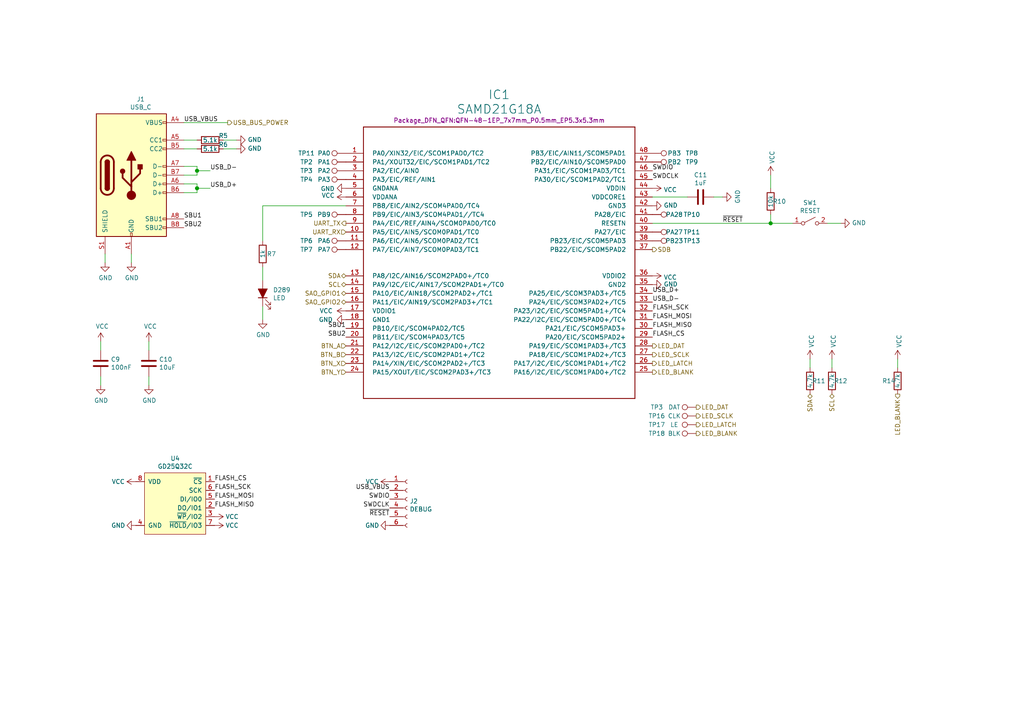
<source format=kicad_sch>
(kicad_sch (version 20200828) (generator eeschema)
  (page 2 20)
  (paper "A4")
  (title_block (title "SAMD21 controller, flash, usb and programming") (rev "1.0"))
  (lib_symbols
    (symbol "Connector:Conn_01x06_Female" (pin_names (offset 1.016) hide)
      (property "Reference" "J" (at 0 7.62 0))
      (property "Value" "Conn_01x06_Female" (at 0 -10.16 0))
      (symbol "Conn_01x06_Female_1_1"
        (arc (start 0 -7.112) (end 0 -8.128) (radius (at 0 -7.62) (length 0.508) (angles 90.1 -90.1)) (stroke (width 0.1524)))
        (arc (start 0 -4.572) (end 0 -5.588) (radius (at 0 -5.08) (length 0.508) (angles 90.1 -90.1)) (stroke (width 0.1524)))
        (arc (start 0 -2.032) (end 0 -3.048) (radius (at 0 -2.54) (length 0.508) (angles 90.1 -90.1)) (stroke (width 0.1524)))
        (arc (start 0 0.508) (end 0 -0.508) (radius (at 0 0) (length 0.508) (angles 90.1 -90.1)) (stroke (width 0.1524)))
        (arc (start 0 3.048) (end 0 2.032) (radius (at 0 2.54) (length 0.508) (angles 90.1 -90.1)) (stroke (width 0.1524)))
        (arc (start 0 5.588) (end 0 4.572) (radius (at 0 5.08) (length 0.508) (angles 90.1 -90.1)) (stroke (width 0.1524)))
        (polyline (pts (xy -1.27 -7.62) (xy -0.508 -7.62)) (stroke (width 0.1524)))
        (polyline (pts (xy -1.27 -5.08) (xy -0.508 -5.08)) (stroke (width 0.1524)))
        (polyline (pts (xy -1.27 -2.54) (xy -0.508 -2.54)) (stroke (width 0.1524)))
        (polyline (pts (xy -1.27 0) (xy -0.508 0)) (stroke (width 0.1524)))
        (polyline (pts (xy -1.27 2.54) (xy -0.508 2.54)) (stroke (width 0.1524)))
        (polyline (pts (xy -1.27 5.08) (xy -0.508 5.08)) (stroke (width 0.1524)))
        (pin passive line (at -5.08 5.08 0) (length 3.81) (name "Pin_1") (number "1"))
        (pin passive line (at -5.08 2.54 0) (length 3.81) (name "Pin_2") (number "2"))
        (pin passive line (at -5.08 0 0) (length 3.81) (name "Pin_3") (number "3"))
        (pin passive line (at -5.08 -2.54 0) (length 3.81) (name "Pin_4") (number "4"))
        (pin passive line (at -5.08 -5.08 0) (length 3.81) (name "Pin_5") (number "5"))
        (pin passive line (at -5.08 -7.62 0) (length 3.81) (name "Pin_6") (number "6"))
      )
    )
    (symbol "Connector:TestPoint" (pin_numbers hide) (pin_names (offset 0.762) hide)
      (property "Reference" "TP" (at 0 6.858 0))
      (property "Value" "TestPoint" (at 0 5.08 0))
      (symbol "TestPoint_0_1"
        (circle (center 0 3.302) (radius 0.762))
      )
      (symbol "TestPoint_1_1"
        (pin passive line (at 0 0 90) (length 2.54) (name "1") (number "1"))
      )
    )
    (symbol "Connector:USB_C_Receptacle_USB2.0" (pin_names (offset 1.016))
      (property "Reference" "J" (at -10.16 19.05 0))
      (property "Value" "USB_C_Receptacle_USB2.0" (at 19.05 19.05 0))
      (symbol "USB_C_Receptacle_USB2.0_0_1"
        (arc (start -8.89 -3.81) (end -5.08 -3.81) (radius (at -6.985 -3.81) (length 1.905) (angles -179.9 -0.1)) (stroke (width 0.508)))
        (arc (start -7.62 -3.81) (end -6.35 -3.81) (radius (at -6.985 -3.81) (length 0.635) (angles -179.9 -0.1)) (stroke (width 0.254)))
        (arc (start -7.62 -3.81) (end -6.35 -3.81) (radius (at -6.985 -3.81) (length 0.635) (angles -179.9 -0.1)) (stroke (width 0.254)) (fill (type outline)))
        (arc (start -6.35 3.81) (end -7.62 3.81) (radius (at -6.985 3.81) (length 0.635) (angles 0.1 179.9)) (stroke (width 0.254)) (fill (type outline)))
        (arc (start -6.35 3.81) (end -7.62 3.81) (radius (at -6.985 3.81) (length 0.635) (angles 0.1 179.9)) (stroke (width 0.254)))
        (arc (start -5.08 3.81) (end -8.89 3.81) (radius (at -6.985 3.81) (length 1.905) (angles 0.1 179.9)) (stroke (width 0.508)))
        (circle (center -2.54 1.143) (radius 0.635) (stroke (width 0.254)) (fill (type outline)))
        (circle (center 0 -5.842) (radius 1.27) (fill (type outline)))
        (rectangle (start -10.16 17.78) (end 10.16 -17.78) (stroke (width 0.254)) (fill (type background)))
        (rectangle (start -7.62 -3.81) (end -6.35 3.81) (stroke (width 0.254)) (fill (type outline)))
        (rectangle (start 1.905 1.778) (end 3.175 3.048) (stroke (width 0.254)) (fill (type outline)))
        (polyline (pts (xy -8.89 -3.81) (xy -8.89 3.81)) (stroke (width 0.508)))
        (polyline (pts (xy -5.08 3.81) (xy -5.08 -3.81)) (stroke (width 0.508)))
        (polyline (pts (xy 0 -5.842) (xy 0 4.318)) (stroke (width 0.508)))
        (polyline (pts (xy 0 -3.302) (xy -2.54 -0.762) (xy -2.54 0.508)) (stroke (width 0.508)))
        (polyline (pts (xy 0 -2.032) (xy 2.54 0.508) (xy 2.54 1.778)) (stroke (width 0.508)))
        (polyline (pts (xy -1.27 4.318) (xy 0 6.858) (xy 1.27 4.318) (xy -1.27 4.318)) (stroke (width 0.254)) (fill (type outline)))
      )
      (symbol "USB_C_Receptacle_USB2.0_0_0"
        (rectangle (start -0.254 -17.78) (end 0.254 -16.764))
        (rectangle (start 10.16 -14.986) (end 9.144 -15.494))
        (rectangle (start 10.16 -12.446) (end 9.144 -12.954))
        (rectangle (start 10.16 -4.826) (end 9.144 -5.334))
        (rectangle (start 10.16 -2.286) (end 9.144 -2.794))
        (rectangle (start 10.16 0.254) (end 9.144 -0.254))
        (rectangle (start 10.16 2.794) (end 9.144 2.286))
        (rectangle (start 10.16 7.874) (end 9.144 7.366))
        (rectangle (start 10.16 10.414) (end 9.144 9.906))
        (rectangle (start 10.16 15.494) (end 9.144 14.986))
      )
      (symbol "USB_C_Receptacle_USB2.0_1_1"
        (pin power_in line (at 0 -22.86 90) (length 5.08) (name "GND") (number "A1"))
        (pin passive line (at 0 -22.86 90) (length 5.08) hide (name "GND") (number "A12"))
        (pin power_in line (at 15.24 15.24 180) (length 5.08) (name "VBUS") (number "A4"))
        (pin bidirectional line (at 15.24 10.16 180) (length 5.08) (name "CC1") (number "A5"))
        (pin bidirectional line (at 15.24 -2.54 180) (length 5.08) (name "D+") (number "A6"))
        (pin bidirectional line (at 15.24 2.54 180) (length 5.08) (name "D-") (number "A7"))
        (pin bidirectional line (at 15.24 -12.7 180) (length 5.08) (name "SBU1") (number "A8"))
        (pin passive line (at 15.24 15.24 180) (length 5.08) hide (name "VBUS") (number "A9"))
        (pin passive line (at 0 -22.86 90) (length 5.08) hide (name "GND") (number "B1"))
        (pin passive line (at 0 -22.86 90) (length 5.08) hide (name "GND") (number "B12"))
        (pin passive line (at 15.24 15.24 180) (length 5.08) hide (name "VBUS") (number "B4"))
        (pin bidirectional line (at 15.24 7.62 180) (length 5.08) (name "CC2") (number "B5"))
        (pin bidirectional line (at 15.24 -5.08 180) (length 5.08) (name "D+") (number "B6"))
        (pin bidirectional line (at 15.24 0 180) (length 5.08) (name "D-") (number "B7"))
        (pin bidirectional line (at 15.24 -15.24 180) (length 5.08) (name "SBU2") (number "B8"))
        (pin passive line (at 15.24 15.24 180) (length 5.08) hide (name "VBUS") (number "B9"))
        (pin passive line (at -7.62 -22.86 90) (length 5.08) (name "SHIELD") (number "S1"))
      )
    )
    (symbol "Device:C" (pin_numbers hide) (pin_names (offset 0.254))
      (property "Reference" "C" (at 0.635 2.54 0))
      (property "Value" "C" (at 0.635 -2.54 0))
      (symbol "C_0_1"
        (polyline (pts (xy -2.032 -0.762) (xy 2.032 -0.762)) (stroke (width 0.508)))
        (polyline (pts (xy -2.032 0.762) (xy 2.032 0.762)) (stroke (width 0.508)))
      )
      (symbol "C_1_1"
        (pin passive line (at 0 3.81 270) (length 2.794) (name "~") (number "1"))
        (pin passive line (at 0 -3.81 90) (length 2.794) (name "~") (number "2"))
      )
    )
    (symbol "Device:LED_ALT" (pin_numbers hide) (pin_names (offset 1.016) hide)
      (property "Reference" "D" (at 0 2.54 0))
      (property "Value" "LED_ALT" (at 0 -2.54 0))
      (symbol "LED_ALT_0_1"
        (polyline (pts (xy -1.27 -1.27) (xy -1.27 1.27)) (stroke (width 0.254)))
        (polyline (pts (xy -1.27 0) (xy 1.27 0)))
        (polyline (pts (xy 1.27 -1.27) (xy 1.27 1.27) (xy -1.27 0) (xy 1.27 -1.27)) (stroke (width 0.254)) (fill (type outline)))
        (polyline (pts (xy -3.048 -0.762) (xy -4.572 -2.286) (xy -3.81 -2.286) (xy -4.572 -2.286) (xy -4.572 -1.524)))
        (polyline (pts (xy -1.778 -0.762) (xy -3.302 -2.286) (xy -2.54 -2.286) (xy -3.302 -2.286) (xy -3.302 -1.524)))
      )
      (symbol "LED_ALT_1_1"
        (pin passive line (at -3.81 0 0) (length 2.54) (name "K") (number "1"))
        (pin passive line (at 3.81 0 180) (length 2.54) (name "A") (number "2"))
      )
    )
    (symbol "Device:R" (pin_numbers hide) (pin_names (offset 0))
      (property "Reference" "R" (at 2.032 0 90))
      (property "Value" "R" (at 0 0 90))
      (symbol "R_0_1"
        (rectangle (start -1.016 -2.54) (end 1.016 2.54) (stroke (width 0.254)))
      )
      (symbol "R_1_1"
        (pin passive line (at 0 3.81 270) (length 1.27) (name "~") (number "1"))
        (pin passive line (at 0 -3.81 90) (length 1.27) (name "~") (number "2"))
      )
    )
    (symbol "Switch:SW_SPST" (pin_names (offset 0) hide)
      (property "Reference" "SW" (at 0 3.175 0))
      (property "Value" "SW_SPST" (at 0 -2.54 0))
      (symbol "SW_SPST_0_0"
        (circle (center -2.032 0) (radius 0.508))
        (circle (center 2.032 0) (radius 0.508))
        (polyline (pts (xy -1.524 0.254) (xy 1.524 1.778)))
      )
      (symbol "SW_SPST_1_1"
        (pin passive line (at -5.08 0 0) (length 2.54) (name "A") (number "1"))
        (pin passive line (at 5.08 0 180) (length 2.54) (name "B") (number "2"))
      )
    )
    (symbol "gd25q32cx:GD25Q32C" (pin_names (offset 1.016))
      (property "Reference" "U" (at 8.89 10.16 0))
      (property "Value" "GD25Q32C" (at 0 -10.16 0))
      (symbol "GD25Q32C_0_1"
        (rectangle (start -8.89 8.89) (end 8.89 -8.89) (fill (type background)))
      )
      (symbol "GD25Q32C_1_1"
        (pin input line (at 11.43 6.35 180) (length 2.54) (name "~CS~") (number "1"))
        (pin bidirectional line (at 11.43 -1.27 180) (length 2.54) (name "DO/IO1") (number "2"))
        (pin bidirectional line (at 11.43 -3.81 180) (length 2.54) (name "~WP~/IO2") (number "3"))
        (pin power_in line (at -11.43 -6.35 0) (length 2.54) (name "GND") (number "4"))
        (pin bidirectional line (at 11.43 1.27 180) (length 2.54) (name "DI/IO0") (number "5"))
        (pin input line (at 11.43 3.81 180) (length 2.54) (name "SCK") (number "6"))
        (pin bidirectional line (at 11.43 -6.35 180) (length 2.54) (name "~HOLD~/IO3") (number "7"))
        (pin power_in line (at -11.43 6.35 0) (length 2.54) (name "VDD") (number "8"))
      )
    )
    (symbol "power:GND" (power) (pin_names (offset 0))
      (property "Value" "GND" (at 0 -3.81 0))
      (symbol "GND_0_1"
        (polyline (pts (xy 0 0) (xy 0 -1.27) (xy 1.27 -1.27) (xy 0 -2.54) (xy -1.27 -1.27) (xy 0 -1.27)))
      )
      (symbol "GND_1_1"
        (pin power_in line (at 0 0 270) (length 0) hide (name "GND") (number "1"))
      )
    )
    (symbol "power:VCC" (power) (pin_names (offset 0))
      (property "Value" "VCC" (at 0 3.81 0))
      (symbol "VCC_0_1"
        (polyline (pts (xy -0.762 1.27) (xy 0 2.54)))
        (polyline (pts (xy 0 0) (xy 0 2.54)))
        (polyline (pts (xy 0 2.54) (xy 0.762 1.27)))
      )
      (symbol "VCC_1_1"
        (pin power_in line (at 0 0 90) (length 0) hide (name "VCC") (number "1"))
      )
    )
    (symbol "samd21g18a:SAMD21G18A" (pin_names (offset 2.54))
      (property "Reference" "IC" (at -5.08 0 0))
      (property "Value" "SAMD21G18A" (at -30.48 40.64 0))
      (property "Footprint" "atmel:TQFP48" (at -30.48 38.1 0))
      (symbol "SAMD21G18A_0_0"
        (polyline (pts (xy -38.1 40.64) (xy 40.64 40.64)) (stroke (width 0.254)))
        (polyline (pts (xy 40.64 40.64) (xy 40.64 -38.1)) (stroke (width 0.254)))
        (polyline (pts (xy 40.64 -38.1) (xy -38.1 -38.1)) (stroke (width 0.254)))
        (polyline (pts (xy -38.1 -38.1) (xy -38.1 40.64)) (stroke (width 0.254)))
        (pin power_in line (at -43.18 -15.24 0) (length 5.08) (name "GND1") (number "18"))
        (pin power_in line (at 45.72 -5.08 180) (length 5.08) (name "GND2") (number "35"))
        (pin power_in line (at 45.72 17.78 180) (length 5.08) (name "GND3") (number "42"))
        (pin power_in line (at -43.18 22.86 0) (length 5.08) (name "GNDANA") (number "5"))
        (pin bidirectional line (at -43.18 33.02 0) (length 5.08) (name "PA0/XIN32/EIC/SCOM1PAD0/TC2") (number "1"))
        (pin bidirectional line (at -43.18 30.48 0) (length 5.08) (name "PA1/XOUT32/EIC/SCOM1PAD1/TC2") (number "2"))
        (pin bidirectional line (at -43.18 27.94 0) (length 5.08) (name "PA2/EIC/AIN0") (number "3"))
        (pin bidirectional line (at -43.18 25.4 0) (length 5.08) (name "PA3/EIC/REF/AIN1") (number "4"))
        (pin bidirectional line (at -43.18 12.7 0) (length 5.08) (name "PA4/EIC/REF/AIN4/SCOM0PAD0/TC0") (number "9"))
        (pin bidirectional line (at -43.18 10.16 0) (length 5.08) (name "PA5/EIC/AIN5/SCOM0PAD1/TC0") (number "10"))
        (pin bidirectional line (at -43.18 7.62 0) (length 5.08) (name "PA6/EIC/AIN6/SCOM0PAD2/TC1") (number "11"))
        (pin bidirectional line (at -43.18 5.08 0) (length 5.08) (name "PA7/EIC/AIN7/SCOM0PAD3/TC1") (number "12"))
        (pin bidirectional line (at -43.18 -2.54 0) (length 5.08) (name "PA8/I2C/AIN16/SCOM2PAD0+/TC0") (number "13"))
        (pin bidirectional line (at -43.18 -5.08 0) (length 5.08) (name "PA9/I2C/EIC/AIN17/SCOM2PAD1+/TC0") (number "14"))
        (pin bidirectional line (at -43.18 -7.62 0) (length 5.08) (name "PA10/EIC/AIN18/SCOM2PAD2+/TC1") (number "15"))
        (pin bidirectional line (at -43.18 -10.16 0) (length 5.08) (name "PA11/EIC/AIN19/SCOM2PAD3+/TC1") (number "16"))
        (pin bidirectional line (at -43.18 -22.86 0) (length 5.08) (name "PA12/I2C/EIC/SCOM2PAD0+/TC2") (number "21"))
        (pin bidirectional line (at -43.18 -25.4 0) (length 5.08) (name "PA13/I2C/EIC/SCOM2PAD1+/TC2") (number "22"))
        (pin bidirectional line (at -43.18 -27.94 0) (length 5.08) (name "PA14/XIN/EIC/SCOM2PAD2+/TC3") (number "23"))
        (pin bidirectional line (at -43.18 -30.48 0) (length 5.08) (name "PA15/XOUT/EIC/SCOM2PAD3+/TC3") (number "24"))
        (pin bidirectional line (at 45.72 -30.48 180) (length 5.08) (name "PA16/I2C/EIC/SCOM1PAD0+/TC2") (number "25"))
        (pin bidirectional line (at 45.72 -27.94 180) (length 5.08) (name "PA17/I2C/EIC/SCOM1PAD1+/TC2") (number "26"))
        (pin bidirectional line (at 45.72 -25.4 180) (length 5.08) (name "PA18/EIC/SCOM1PAD2+/TC3") (number "27"))
        (pin bidirectional line (at 45.72 -22.86 180) (length 5.08) (name "PA19/EIC/SCOM1PAD3+/TC3") (number "28"))
        (pin bidirectional line (at 45.72 -20.32 180) (length 5.08) (name "PA20/EIC/SCOM5PAD2+") (number "29"))
        (pin bidirectional line (at 45.72 -17.78 180) (length 5.08) (name "PA21/EIC/SCOM5PAD3+") (number "30"))
        (pin bidirectional line (at 45.72 -15.24 180) (length 5.08) (name "PA22/I2C/EIC/SCOM5PAD0+/TC4") (number "31"))
        (pin bidirectional line (at 45.72 -12.7 180) (length 5.08) (name "PA23/I2C/EIC/SCOM5PAD1+/TC4") (number "32"))
        (pin bidirectional line (at 45.72 -10.16 180) (length 5.08) (name "PA24/EIC/SCOM3PAD2+/TC5") (number "33"))
        (pin bidirectional line (at 45.72 -7.62 180) (length 5.08) (name "PA25/EIC/SCOM3PAD3+/TC5") (number "34"))
        (pin bidirectional line (at 45.72 10.16 180) (length 5.08) (name "PA27/EIC") (number "39"))
        (pin bidirectional line (at 45.72 15.24 180) (length 5.08) (name "PA28/EIC") (number "41"))
        (pin bidirectional line (at 45.72 25.4 180) (length 5.08) (name "PA30/EIC/SCOM1PAD2/TC1") (number "45"))
        (pin bidirectional line (at 45.72 27.94 180) (length 5.08) (name "PA31/EIC/SCOM1PAD3/TC1") (number "46"))
        (pin bidirectional line (at 45.72 30.48 180) (length 5.08) (name "PB2/EIC/AIN10/SCOM5PAD0") (number "47"))
        (pin bidirectional line (at 45.72 33.02 180) (length 5.08) (name "PB3/EIC/AIN11/SCOM5PAD1") (number "48"))
        (pin bidirectional line (at -43.18 17.78 0) (length 5.08) (name "PB8/EIC/AIN2/SCOM4PAD0/TC4") (number "7"))
        (pin bidirectional line (at -43.18 15.24 0) (length 5.08) (name "PB9/EIC/AIN3/SCOM4PAD1//TC4") (number "8"))
        (pin bidirectional line (at -43.18 -17.78 0) (length 5.08) (name "PB10/EIC/SCOM4PAD2/TC5") (number "19"))
        (pin bidirectional line (at -43.18 -20.32 0) (length 5.08) (name "PB11/EIC/SCOM4PAD3/TC5") (number "20"))
        (pin bidirectional line (at 45.72 5.08 180) (length 5.08) (name "PB22/EIC/SCOM5PAD2") (number "37"))
        (pin bidirectional line (at 45.72 7.62 180) (length 5.08) (name "PB23/EIC/SCOM5PAD3") (number "38"))
        (pin bidirectional line (at 45.72 12.7 180) (length 5.08) (name "RESETN") (number "40"))
        (pin power_in line (at -43.18 20.32 0) (length 5.08) (name "VDDANA") (number "6"))
        (pin input line (at 45.72 20.32 180) (length 5.08) (name "VDDCORE1") (number "43"))
        (pin power_in line (at 45.72 22.86 180) (length 5.08) (name "VDDIN") (number "44"))
        (pin power_in line (at -43.18 -12.7 0) (length 5.08) (name "VDDIO1") (number "17"))
        (pin power_in line (at 45.72 -2.54 180) (length 5.08) (name "VDDIO2") (number "36"))
      )
    )
  )
  (junction (at 57.15 49.53) (diameter 1.016))
  (junction (at 57.15 54.61) (diameter 1.016))
  (junction (at 223.52 64.77) (diameter 1.016))
  (wire (pts (xy 29.21 99.06) (xy 29.21 101.6)))
  (wire (pts (xy 29.21 109.22) (xy 29.21 111.76)))
  (wire (pts (xy 30.48 73.66) (xy 30.48 76.2)))
  (wire (pts (xy 38.1 73.66) (xy 38.1 76.2)))
  (wire (pts (xy 43.18 99.06) (xy 43.18 101.6)))
  (wire (pts (xy 43.18 109.22) (xy 43.18 111.76)))
  (wire (pts (xy 53.34 40.64) (xy 57.15 40.64)))
  (wire (pts (xy 53.34 43.18) (xy 57.15 43.18)))
  (wire (pts (xy 53.34 48.26) (xy 57.15 48.26)))
  (wire (pts (xy 53.34 53.34) (xy 57.15 53.34)))
  (wire (pts (xy 57.15 48.26) (xy 57.15 49.53)))
  (wire (pts (xy 57.15 49.53) (xy 57.15 50.8)))
  (wire (pts (xy 57.15 49.53) (xy 60.96 49.53)))
  (wire (pts (xy 57.15 50.8) (xy 53.34 50.8)))
  (wire (pts (xy 57.15 53.34) (xy 57.15 54.61)))
  (wire (pts (xy 57.15 54.61) (xy 57.15 55.88)))
  (wire (pts (xy 57.15 54.61) (xy 60.96 54.61)))
  (wire (pts (xy 57.15 55.88) (xy 53.34 55.88)))
  (wire (pts (xy 64.77 40.64) (xy 68.58 40.64)))
  (wire (pts (xy 66.04 35.56) (xy 53.34 35.56)))
  (wire (pts (xy 68.58 43.18) (xy 64.77 43.18)))
  (wire (pts (xy 76.2 59.69) (xy 76.2 69.85)))
  (wire (pts (xy 76.2 59.69) (xy 100.33 59.69)))
  (wire (pts (xy 76.2 77.47) (xy 76.2 81.28)))
  (wire (pts (xy 76.2 88.9) (xy 76.2 92.71)))
  (wire (pts (xy 189.23 57.15) (xy 199.39 57.15)))
  (wire (pts (xy 189.23 64.77) (xy 223.52 64.77)))
  (wire (pts (xy 207.01 57.15) (xy 209.55 57.15)))
  (wire (pts (xy 223.52 50.8) (xy 223.52 54.61)))
  (wire (pts (xy 223.52 62.23) (xy 223.52 64.77)))
  (wire (pts (xy 223.52 64.77) (xy 229.87 64.77)))
  (wire (pts (xy 234.95 104.14) (xy 234.95 106.68)))
  (wire (pts (xy 240.03 64.77) (xy 243.84 64.77)))
  (wire (pts (xy 241.3 104.14) (xy 241.3 106.68)))
  (wire (pts (xy 260.35 106.68) (xy 260.35 104.14)))
  (label "USB_VBUS" (at 53.34 35.56 0))
  (label "SBU1" (at 53.34 63.5 0))
  (label "SBU2" (at 53.34 66.04 0))
  (label "USB_D-" (at 60.96 49.53 0))
  (label "USB_D+" (at 60.96 54.61 0))
  (label "FLASH_CS" (at 62.23 139.7 0))
  (label "FLASH_SCK" (at 62.23 142.24 0))
  (label "FLASH_MOSI" (at 62.23 144.78 0))
  (label "FLASH_MISO" (at 62.23 147.32 0))
  (label "SBU1" (at 100.33 95.25 180))
  (label "SBU2" (at 100.33 97.79 180))
  (label "USB_VBUS" (at 113.03 142.24 180))
  (label "SWDIO" (at 113.03 144.78 180))
  (label "SWDCLK" (at 113.03 147.32 180))
  (label "~RESET" (at 113.03 149.86 180))
  (label "SWDIO" (at 189.23 49.53 0))
  (label "SWDCLK" (at 189.23 52.07 0))
  (label "USB_D+" (at 189.23 85.09 0))
  (label "USB_D-" (at 189.23 87.63 0))
  (label "FLASH_SCK" (at 189.23 90.17 0))
  (label "FLASH_MOSI" (at 189.23 92.71 0))
  (label "FLASH_MISO" (at 189.23 95.25 0))
  (label "FLASH_CS" (at 189.23 97.79 0))
  (label "~RESET" (at 209.55 64.77 0))
  (hierarchical_label "USB_BUS_POWER" (shape output) (at 66.04 35.56 0))
  (hierarchical_label "UART_TX" (shape output) (at 100.33 64.77 180))
  (hierarchical_label "UART_RX" (shape input) (at 100.33 67.31 180))
  (hierarchical_label "SDA" (shape bidirectional) (at 100.33 80.01 180))
  (hierarchical_label "SCL" (shape bidirectional) (at 100.33 82.55 180))
  (hierarchical_label "SAO_GPIO1" (shape bidirectional) (at 100.33 85.09 180))
  (hierarchical_label "SAO_GPIO2" (shape bidirectional) (at 100.33 87.63 180))
  (hierarchical_label "BTN_A" (shape input) (at 100.33 100.33 180))
  (hierarchical_label "BTN_B" (shape input) (at 100.33 102.87 180))
  (hierarchical_label "BTN_X" (shape input) (at 100.33 105.41 180))
  (hierarchical_label "BTN_Y" (shape input) (at 100.33 107.95 180))
  (hierarchical_label "SDB" (shape output) (at 189.23 72.39 0))
  (hierarchical_label "LED_DAT" (shape output) (at 189.23 100.33 0))
  (hierarchical_label "LED_SCLK" (shape output) (at 189.23 102.87 0))
  (hierarchical_label "LED_LATCH" (shape output) (at 189.23 105.41 0))
  (hierarchical_label "LED_BLANK" (shape output) (at 189.23 107.95 0))
  (hierarchical_label "LED_DAT" (shape output) (at 201.93 118.11 0))
  (hierarchical_label "LED_SCLK" (shape output) (at 201.93 120.65 0))
  (hierarchical_label "LED_LATCH" (shape output) (at 201.93 123.19 0))
  (hierarchical_label "LED_BLANK" (shape output) (at 201.93 125.73 0))
  (hierarchical_label "SDA" (shape bidirectional) (at 234.95 114.3 270))
  (hierarchical_label "SCL" (shape bidirectional) (at 241.3 114.3 270))
  (hierarchical_label "LED_BLANK" (shape output) (at 260.35 114.3 270))
  (symbol (lib_id "Connector:TestPoint") (at 100.33 44.45 90) (unit 1)
    (property "Reference" "TP11" (at 88.9 44.45 90))
    (property "Value" "PA0" (at 93.98 44.45 90))
    (property "Footprint" "Connectors:TestPoint_Large" (effects hide))
  )
  (symbol (lib_id "Connector:TestPoint") (at 100.33 46.99 90) (unit 1)
    (property "Reference" "TP2" (at 88.9 46.99 90))
    (property "Value" "PA1" (at 93.98 46.99 90))
    (property "Footprint" "Connectors:TestPoint_Large" (effects hide))
  )
  (symbol (lib_id "Connector:TestPoint") (at 100.33 49.53 90) (unit 1)
    (property "Reference" "TP3" (at 88.9 49.53 90))
    (property "Value" "PA2" (at 93.98 49.53 90))
    (property "Footprint" "Connectors:TestPoint_Large" (effects hide))
  )
  (symbol (lib_id "Connector:TestPoint") (at 100.33 52.07 90) (unit 1)
    (property "Reference" "TP4" (at 88.9 52.07 90))
    (property "Value" "PA3" (at 93.98 52.07 90))
    (property "Footprint" "Connectors:TestPoint_Large" (effects hide))
  )
  (symbol (lib_id "Connector:TestPoint") (at 100.33 62.23 90) (unit 1)
    (property "Reference" "TP5" (at 88.9 62.23 90))
    (property "Value" "PB9" (at 93.98 62.23 90))
    (property "Footprint" "Connectors:TestPoint_Large" (effects hide))
  )
  (symbol (lib_id "Connector:TestPoint") (at 100.33 69.85 90) (unit 1)
    (property "Reference" "TP6" (at 88.9 69.85 90))
    (property "Value" "PA6" (at 93.98 69.85 90))
    (property "Footprint" "Connectors:TestPoint_Large" (effects hide))
  )
  (symbol (lib_id "Connector:TestPoint") (at 100.33 72.39 90) (unit 1)
    (property "Reference" "TP7" (at 88.9 72.39 90))
    (property "Value" "PA7" (at 93.98 72.39 90))
    (property "Footprint" "Connectors:TestPoint_Large" (effects hide))
  )
  (symbol (lib_id "Connector:TestPoint") (at 189.23 44.45 270) (unit 1)
    (property "Reference" "TP8" (at 200.66 44.45 90))
    (property "Value" "PB3" (at 195.58 44.45 90))
    (property "Footprint" "Connectors:TestPoint_Large" (effects hide))
  )
  (symbol (lib_id "Connector:TestPoint") (at 189.23 46.99 270) (unit 1)
    (property "Reference" "TP9" (at 200.66 46.99 90))
    (property "Value" "PB2" (at 195.58 46.99 90))
    (property "Footprint" "Connectors:TestPoint_Large" (effects hide))
  )
  (symbol (lib_id "Connector:TestPoint") (at 189.23 62.23 270) (unit 1)
    (property "Reference" "TP10" (at 200.66 62.23 90))
    (property "Value" "PA28" (at 195.58 62.23 90))
    (property "Footprint" "Connectors:TestPoint_Large" (effects hide))
  )
  (symbol (lib_id "Connector:TestPoint") (at 189.23 67.31 270) (unit 1)
    (property "Reference" "TP11" (at 200.66 67.31 90))
    (property "Value" "PA27" (at 195.58 67.31 90))
    (property "Footprint" "Connectors:TestPoint_Large" (effects hide))
  )
  (symbol (lib_id "Connector:TestPoint") (at 189.23 69.85 270) (unit 1)
    (property "Reference" "TP13" (at 200.66 69.85 90))
    (property "Value" "PB23" (at 195.58 69.85 90))
    (property "Footprint" "Connectors:TestPoint_Large" (effects hide))
  )
  (symbol (lib_id "Connector:TestPoint") (at 201.93 118.11 90) (unit 1)
    (property "Reference" "TP3" (at 190.5 118.11 90))
    (property "Value" "DAT" (at 195.58 118.11 90))
    (property "Footprint" "Connectors:TestPoint_Large" (effects hide))
  )
  (symbol (lib_id "Connector:TestPoint") (at 201.93 120.65 90) (unit 1)
    (property "Reference" "TP16" (at 190.5 120.65 90))
    (property "Value" "CLK" (at 195.58 120.65 90))
    (property "Footprint" "Connectors:TestPoint_Large" (effects hide))
  )
  (symbol (lib_id "Connector:TestPoint") (at 201.93 123.19 90) (unit 1)
    (property "Reference" "TP17" (at 190.5 123.19 90))
    (property "Value" "LE" (at 195.58 123.19 90))
    (property "Footprint" "Connectors:TestPoint_Large" (effects hide))
  )
  (symbol (lib_id "Connector:TestPoint") (at 201.93 125.73 90) (unit 1)
    (property "Reference" "TP18" (at 190.5 125.73 90))
    (property "Value" "BLK" (at 195.58 125.73 90))
    (property "Footprint" "Connectors:TestPoint_Large" (effects hide))
  )
  (symbol (lib_id "power:VCC") (at 29.21 99.06 0) (unit 1)
    (property "Reference" "#PWR025" (effects hide))
    (property "Value" "VCC" (at 29.6418 94.6658 0))
  )
  (symbol (lib_id "power:VCC") (at 39.37 139.7 90) (unit 1)
    (property "Reference" "#PWR029" (effects hide))
    (property "Value" "VCC" (at 34.29 139.7 90))
  )
  (symbol (lib_id "power:VCC") (at 43.18 99.06 0) (unit 1)
    (property "Reference" "#PWR031" (effects hide))
    (property "Value" "VCC" (at 43.6118 94.6658 0))
  )
  (symbol (lib_id "power:VCC") (at 62.23 149.86 270) (unit 1)
    (property "Reference" "#PWR033" (effects hide))
    (property "Value" "VCC" (at 67.31 149.86 90))
  )
  (symbol (lib_id "power:VCC") (at 62.23 152.4 270) (unit 1)
    (property "Reference" "#PWR034" (effects hide))
    (property "Value" "VCC" (at 67.31 152.4 90))
  )
  (symbol (lib_id "power:VCC") (at 100.33 57.15 90) (unit 1)
    (property "Reference" "#PWR039" (effects hide))
    (property "Value" "VCC" (at 97.1042 56.6928 90) (effects (justify left)))
  )
  (symbol (lib_id "power:VCC") (at 100.33 90.17 90) (unit 1)
    (property "Reference" "#PWR040" (effects hide))
    (property "Value" "VCC" (at 96.52 90.17 90) (effects (justify left)))
  )
  (symbol (lib_id "power:VCC") (at 113.03 139.7 90) (unit 1)
    (property "Reference" "#PWR042" (effects hide))
    (property "Value" "VCC" (at 107.95 139.7 90))
  )
  (symbol (lib_id "power:VCC") (at 189.23 54.61 270) (unit 1)
    (property "Reference" "#PWR044" (effects hide))
    (property "Value" "VCC" (at 192.4812 55.0418 90) (effects (justify left)))
  )
  (symbol (lib_id "power:VCC") (at 189.23 80.01 270) (unit 1)
    (property "Reference" "#PWR046" (effects hide))
    (property "Value" "VCC" (at 192.4812 80.4418 90) (effects (justify left)))
  )
  (symbol (lib_id "power:VCC") (at 223.52 50.8 0) (unit 1)
    (property "Reference" "#PWR0103" (effects hide))
    (property "Value" "VCC" (at 223.9518 47.5488 90) (effects (justify left)))
  )
  (symbol (lib_id "power:VCC") (at 234.95 104.14 0) (unit 1)
    (property "Reference" "#PWR067" (effects hide))
    (property "Value" "VCC" (at 235.3818 100.8888 90) (effects (justify left)))
  )
  (symbol (lib_id "power:VCC") (at 241.3 104.14 0) (unit 1)
    (property "Reference" "#PWR068" (effects hide))
    (property "Value" "VCC" (at 241.7318 100.8888 90) (effects (justify left)))
  )
  (symbol (lib_id "power:VCC") (at 260.35 104.14 0) (unit 1)
    (property "Reference" "#PWR0107" (effects hide))
    (property "Value" "VCC" (at 260.7818 100.8888 90) (effects (justify left)))
  )
  (symbol (lib_id "power:GND") (at 29.21 111.76 0) (unit 1)
    (property "Reference" "#PWR026" (effects hide))
    (property "Value" "GND" (at 29.337 116.1542 0))
  )
  (symbol (lib_id "power:GND") (at 30.48 76.2 0) (unit 1)
    (property "Reference" "#PWR027" (effects hide))
    (property "Value" "GND" (at 30.607 80.5942 0))
  )
  (symbol (lib_id "power:GND") (at 38.1 76.2 0) (unit 1)
    (property "Reference" "#PWR028" (effects hide))
    (property "Value" "GND" (at 38.227 80.5942 0))
  )
  (symbol (lib_id "power:GND") (at 39.37 152.4 270) (unit 1)
    (property "Reference" "#PWR030" (effects hide))
    (property "Value" "GND" (at 34.29 152.4 90))
  )
  (symbol (lib_id "power:GND") (at 43.18 111.76 0) (unit 1)
    (property "Reference" "#PWR032" (effects hide))
    (property "Value" "GND" (at 43.307 116.1542 0))
  )
  (symbol (lib_id "power:GND") (at 68.58 40.64 90) (unit 1)
    (property "Reference" "#PWR035" (effects hide))
    (property "Value" "GND" (at 71.8312 40.513 90) (effects (justify right)))
  )
  (symbol (lib_id "power:GND") (at 68.58 43.18 90) (unit 1)
    (property "Reference" "#PWR036" (effects hide))
    (property "Value" "GND" (at 71.8312 43.053 90) (effects (justify right)))
  )
  (symbol (lib_id "power:GND") (at 76.2 92.71 0) (unit 1)
    (property "Reference" "#PWR037" (effects hide))
    (property "Value" "GND" (at 76.327 97.1042 0))
  )
  (symbol (lib_id "power:GND") (at 100.33 54.61 270) (unit 1)
    (property "Reference" "#PWR038" (effects hide))
    (property "Value" "GND" (at 97.0788 54.737 90) (effects (justify right)))
  )
  (symbol (lib_id "power:GND") (at 100.33 92.71 270) (unit 1)
    (property "Reference" "#PWR041" (effects hide))
    (property "Value" "GND" (at 96.52 92.71 90) (effects (justify right)))
  )
  (symbol (lib_id "power:GND") (at 113.03 152.4 270) (unit 1)
    (property "Reference" "#PWR043" (effects hide))
    (property "Value" "GND" (at 107.95 152.4 90))
  )
  (symbol (lib_id "power:GND") (at 189.23 59.69 90) (unit 1)
    (property "Reference" "#PWR045" (effects hide))
    (property "Value" "GND" (at 192.4812 59.563 90) (effects (justify right)))
  )
  (symbol (lib_id "power:GND") (at 189.23 82.55 90) (unit 1)
    (property "Reference" "#PWR047" (effects hide))
    (property "Value" "GND" (at 192.4812 82.423 90) (effects (justify right)))
  )
  (symbol (lib_id "power:GND") (at 209.55 57.15 90) (unit 1)
    (property "Reference" "#PWR048" (effects hide))
    (property "Value" "GND" (at 213.9442 57.023 0))
  )
  (symbol (lib_id "power:GND") (at 243.84 64.77 90) (unit 1)
    (property "Reference" "#PWR049" (effects hide))
    (property "Value" "GND" (at 247.0912 64.643 90) (effects (justify right)))
  )
  (symbol (lib_id "Device:R") (at 60.96 40.64 270) (unit 1)
    (property "Reference" "R5" (at 64.77 39.37 90))
    (property "Value" "5.1k" (at 60.96 40.64 90))
    (property "Footprint" "Resistor_SMD:R_0603_1608Metric" (effects hide))
    (property "LCSC" "C23186" (effects hide))
  )
  (symbol (lib_id "Device:R") (at 60.96 43.18 270) (unit 1)
    (property "Reference" "R6" (at 64.77 41.91 90))
    (property "Value" "5.1k" (at 60.96 43.18 90))
    (property "Footprint" "Resistor_SMD:R_0603_1608Metric" (effects hide))
    (property "LCSC" "C23186" (effects hide))
  )
  (symbol (lib_id "Device:R") (at 76.2 73.66 180) (unit 1)
    (property "Reference" "R7" (at 78.74 73.66 0))
    (property "Value" "1k" (at 76.2 73.66 90))
    (property "Footprint" "Resistor_SMD:R_0603_1608Metric" (effects hide))
    (property "LCSC" "C21190" (effects hide))
  )
  (symbol (lib_id "Device:R") (at 223.52 58.42 180) (unit 1)
    (property "Reference" "R10" (at 226.06 58.42 0))
    (property "Value" "10k" (at 223.52 58.42 90))
    (property "Footprint" "Resistor_SMD:R_0603_1608Metric" (effects hide))
    (property "LCSC" "C25804" (effects hide))
  )
  (symbol (lib_id "Device:R") (at 234.95 110.49 180) (unit 1)
    (property "Reference" "R11" (at 237.49 110.49 0))
    (property "Value" "4.7k" (at 234.95 110.49 90))
    (property "Footprint" "Resistor_SMD:R_0603_1608Metric" (effects hide))
    (property "LCSC" "C23162" (effects hide))
  )
  (symbol (lib_id "Device:R") (at 241.3 110.49 180) (unit 1)
    (property "Reference" "R12" (at 243.84 110.49 0))
    (property "Value" "4.7k" (at 241.3 110.49 90))
    (property "Footprint" "Resistor_SMD:R_0603_1608Metric" (effects hide))
    (property "LCSC" "C23162" (effects hide))
  )
  (symbol (lib_id "Device:R") (at 260.35 110.49 0) (unit 1)
    (property "Reference" "R14" (at 257.81 110.49 0))
    (property "Value" "4.7k" (at 260.35 110.49 90))
    (property "Footprint" "Resistor_SMD:R_0603_1608Metric" (effects hide))
    (property "LCSC" "C23162" (effects hide))
  )
  (symbol (lib_id "Device:LED_ALT") (at 76.2 85.09 90) (unit 1)
    (property "Reference" "D289" (at 79.172 84.099 90) (effects (justify right)))
    (property "Value" "LED" (at 79.1718 86.4108 90) (effects (justify right)))
    (property "Footprint" "LED_SMD:LED_0603_1608Metric" (effects hide))
    (property "LCSC" "C72043" (effects hide))
  )
  (symbol (lib_id "Switch:SW_SPST") (at 234.95 64.77 0) (unit 1)
    (property "Reference" "SW1" (at 234.95 58.801 0))
    (property "Value" "RESET" (at 234.95 61.1124 0))
    (property "Footprint" "Button_Switch_SMD:SW_SPST_PTS810" (effects hide))
    (property "LCSC" "DNP" (effects hide))
  )
  (symbol (lib_id "Device:C") (at 29.21 105.41 0) (unit 1)
    (property "Reference" "C9" (at 32.131 104.2416 0) (effects (justify left)))
    (property "Value" "100nF" (at 32.131 106.553 0) (effects (justify left)))
    (property "Footprint" "Capacitor_SMD:C_0603_1608Metric" (effects hide))
    (property "LCSC" "C14663" (effects hide))
  )
  (symbol (lib_id "Device:C") (at 43.18 105.41 0) (unit 1)
    (property "Reference" "C10" (at 46.101 104.2416 0) (effects (justify left)))
    (property "Value" "10uF" (at 46.101 106.553 0) (effects (justify left)))
    (property "Footprint" "Capacitor_SMD:C_0603_1608Metric" (effects hide))
    (property "LCSC" "C19702" (effects hide))
  )
  (symbol (lib_id "Device:C") (at 203.2 57.15 90) (unit 1)
    (property "Reference" "C11" (at 203.2 50.7492 90))
    (property "Value" "1uF" (at 203.2 53.0606 90))
    (property "Footprint" "Capacitor_SMD:C_0603_1608Metric" (effects hide))
    (property "LCSC" "C15849" (effects hide))
  )
  (symbol (lib_id "Connector:Conn_01x06_Female") (at 118.11 144.78 0) (unit 1)
    (property "Reference" "J2" (at 118.8212 145.3896 0) (effects (justify left)))
    (property "Value" "DEBUG" (at 118.8212 147.701 0) (effects (justify left)))
    (property "Footprint" "Connector_PinHeader_2.54mm:PinHeader_1x06_P2.54mm_Vertical" (effects hide))
    (property "LCSC" "DNP" (effects hide))
  )
  (symbol (lib_id "gd25q32cx:GD25Q32C") (at 50.8 146.05 0) (unit 1)
    (property "Reference" "U4" (at 50.8 132.969 0))
    (property "Value" "GD25Q32C" (at 50.8 135.2804 0))
    (property "Footprint" "Package_SO:SOIC-8_5.23x5.23mm_P1.27mm" (effects hide))
    (property "LCSC" "DNP" (effects hide))
  )
  (symbol (lib_id "Connector:USB_C_Receptacle_USB2.0") (at 38.1 50.8 0) (unit 1)
    (property "Reference" "J1" (at 40.8178 28.7782 0))
    (property "Value" "USB_C" (at 40.8178 31.0896 0))
    (property "Footprint" "Connectors:USB_C_Receptacle_U262-161N-4BVC11" (effects hide))
    (property "Datasheet" "https://www.usb.org/sites/default/files/documents/usb_type-c.zip" (effects hide))
    (property "LCSC" "DNP" (effects hide))
  )
  (symbol (lib_id "samd21g18a:SAMD21G18A") (at 143.51 77.47 0) (unit 1)
    (property "Reference" "IC1" (at 144.78 27.4574 0) (effects (font (size 2.54 2.54))))
    (property "Value" "SAMD21G18A" (at 144.78 31.6738 0) (effects (font (size 2.54 2.54))))
    (property "Footprint" "Package_DFN_QFN:QFN-48-1EP_7x7mm_P0.5mm_EP5.3x5.3mm" (at 144.78 34.925 0))
    (property "VALUE" "SAMD21G18A-MU" (effects hide))
    (property "LCSC" "C78624" (effects hide))
  )
)
</source>
